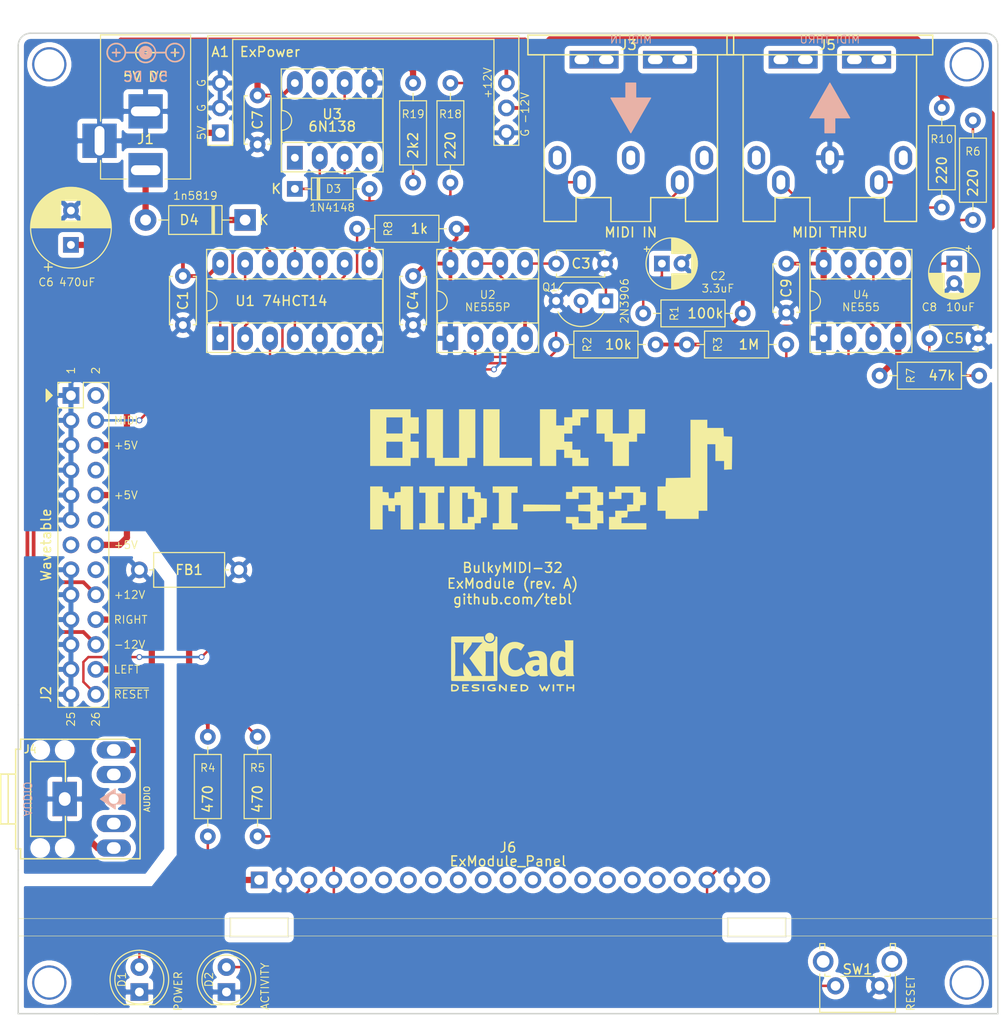
<source format=kicad_pcb>
(kicad_pcb (version 20171130) (host pcbnew "(5.1.8)-1")
  (layers (0 F.Cu signal) (31 B.Cu signal) (34 B.Paste user) (35 F.Paste user) (36 B.SilkS user) (37 F.SilkS user) (38 B.Mask user) (39 F.Mask user) (44 Edge.Cuts user))
  (net 0 "")
  (net 1 GND)
  (net 2 +5V)
  (net 3 "Net-(J5-Pad5)")
  (net 4 "Net-(J5-Pad4)")
  (net 5 "Net-(D3-Pad1)")
  (net 6 "Net-(D3-Pad2)")
  (net 7 "Net-(J3-Pad4)")
  (net 8 "Net-(R19-Pad2)")
  (net 9 MIDI_THRU)
  (net 10 PWR)
  (net 11 ACT)
  (net 12 VIN)
  (net 13 MIDI_IN)
  (net 14 GNDA)
  (net 15 AUD_R)
  (net 16 AUD_L)
  (net 17 "Net-(C2-Pad1)")
  (net 18 "Net-(C3-Pad2)")
  (net 19 "/Activity LED/MIDI")
  (net 20 "/Activity LED/Activity")
  (net 21 "Net-(U1-Pad1)")
  (net 22 RESET_SW)
  (net 23 "Net-(C8-Pad1)")
  (net 24 ~RESET)
  (net 25 -12V)
  (net 26 +12V)
  (net 27 "Net-(U1-Pad3)")
  (module artwork:BulkyMIDI-32_8bit (layer F.Cu) (at 125.095 99.06)
    (fp_text reference G*** hide)
    (fp_text value LOGO hide)
  )
  (module BulkyMIDI-32:ExPower (layer F.Cu) (at 88.9 54.61)
    (fp_text reference A1 (at 1.905 1.905 180) (layer F.SilkS))
    (fp_text value ExPower (at 3.81 1.905) (layer F.SilkS) (effects (justify left)))
    (fp_text user G (at 33.02 10.16 270) (layer F.SilkS) (effects (font (size 0.8 0.8) (thickness 0.1))))
    (fp_text user -12V (at 33.02 7.62 270) (layer F.SilkS) (effects (font (size 0.8 0.8) (thickness 0.1))))
    (fp_text user +12V (at 29.21 5.08 270) (layer F.SilkS) (effects (font (size 0.8 0.8) (thickness 0.1))))
    (fp_text user G (at 0 5.08 270) (layer F.SilkS) (effects (font (size 0.8 0.8) (thickness 0.1))))
    (fp_text user 5V (at 0 10.16 270) (layer F.SilkS) (effects (font (size 0.8 0.8) (thickness 0.1))))
    (fp_text user G (at 0 7.62 270) (layer F.SilkS) (effects (font (size 0.8 0.8) (thickness 0.1))))
    (pad 2 thru_hole oval (at 31.115 10.16) (size 1.7 1.7) (drill 1) (layers *.Cu *.Mask) (net 1 GND))
    (pad 2 thru_hole oval (at 1.905 5.08) (size 1.7 1.7) (drill 1) (layers *.Cu *.Mask) (net 1 GND))
    (pad 1 thru_hole rect (at 1.905 10.16) (size 1.7 1.7) (drill 1) (layers *.Cu *.Mask) (net 2 +5V))
    (pad 2 thru_hole oval (at 1.905 7.62) (size 1.7 1.7) (drill 1) (layers *.Cu *.Mask) (net 1 GND))
    (pad 3 thru_hole oval (at 31.115 5.08) (size 1.7 1.7) (drill 1) (layers *.Cu *.Mask) (net 26 +12V))
    (pad 4 thru_hole oval (at 31.115 7.62) (size 1.7 1.7) (drill 1) (layers *.Cu *.Mask) (net 25 -12V))
  )
  (module Capacitor_THT:C_Disc_D4.7mm_W2.5mm_P5.00mm (layer F.Cu) (at 163.195 85.725)
    (fp_text reference C5 (at 2.54 0) (layer F.SilkS))
    (fp_text value 100nF)
    (pad 1 thru_hole circle (at 0 0) (size 1.6 1.6) (drill 0.8) (layers *.Cu *.Mask) (net 22 RESET_SW))
    (pad 2 thru_hole circle (at 5 0) (size 1.6 1.6) (drill 0.8) (layers *.Cu *.Mask) (net 1 GND))
  )
  (module resistor:R_Axial_DIN0207_L6.3mm_D2.5mm_P10.16mm_Horizontal (layer F.Cu) (at 104.775 74.550001)
    (fp_text reference R8 (at 3.175 0 90) (layer F.SilkS) (effects (font (size 0.8 0.8) (thickness 0.1))))
    (fp_text value 1k (at 6.35 0) (layer F.SilkS))
    (pad 2 thru_hole oval (at 10.16 0) (size 1.6 1.6) (drill 0.8) (layers *.Cu *.Mask) (net 2 +5V))
    (pad 1 thru_hole circle (at 0 0) (size 1.6 1.6) (drill 0.8) (layers *.Cu *.Mask) (net 24 ~RESET))
  )
  (module Capacitor_THT:CP_Radial_D5.0mm_P2.00mm (layer F.Cu) (at 165.735 78.105 270)
    (fp_text reference C8 (at 4.445 2.54 180) (layer F.SilkS) (effects (font (size 0.8 0.8) (thickness 0.1))))
    (fp_text value 10uF (at 4.445 -0.635 180) (layer F.SilkS) (effects (font (size 0.8 0.8) (thickness 0.1))))
    (pad 1 thru_hole rect (at 0 0 270) (size 1.6 1.6) (drill 0.8) (layers *.Cu *.Mask) (net 23 "Net-(C8-Pad1)"))
    (pad 2 thru_hole circle (at 2 0 270) (size 1.6 1.6) (drill 0.8) (layers *.Cu *.Mask) (net 1 GND))
  )
  (module resistor:R_Axial_DIN0207_L6.3mm_D2.5mm_P10.16mm_Horizontal (layer F.Cu) (at 148.59 86.36 180)
    (fp_text reference R3 (at 6.985 0 90) (layer F.SilkS) (effects (font (size 0.8 0.8) (thickness 0.1))))
    (fp_text value 1M (at 3.81 0) (layer F.SilkS))
    (pad 1 thru_hole circle (at 0 0 180) (size 1.6 1.6) (drill 0.8) (layers *.Cu *.Mask) (net 22 RESET_SW))
    (pad 2 thru_hole oval (at 10.16 0 180) (size 1.6 1.6) (drill 0.8) (layers *.Cu *.Mask) (net 2 +5V))
  )
  (module resistor:R_Axial_DIN0207_L6.3mm_D2.5mm_P10.16mm_Horizontal (layer F.Cu) (at 168.275 89.535 180)
    (fp_text reference R7 (at 6.985 0 90) (layer F.SilkS) (effects (font (size 0.8 0.8) (thickness 0.1))))
    (fp_text value 47k (at 3.81 0) (layer F.SilkS))
    (pad 1 thru_hole circle (at 0 0 180) (size 1.6 1.6) (drill 0.8) (layers *.Cu *.Mask) (net 23 "Net-(C8-Pad1)"))
    (pad 2 thru_hole oval (at 10.16 0 180) (size 1.6 1.6) (drill 0.8) (layers *.Cu *.Mask) (net 2 +5V))
  )
  (module Package_DIP:DIP-8_W7.62mm_Socket_LongPads (layer F.Cu) (at 152.4 85.725 90)
    (fp_text reference U4 (at 4.445 3.81 180) (layer F.SilkS) (effects (font (size 0.8 0.8) (thickness 0.1))))
    (fp_text value NE555 (at 3.175 3.81 180) (layer F.SilkS) (effects (font (size 0.8 0.8) (thickness 0.1))))
    (pad 1 thru_hole rect (at 0 0 90) (size 2.4 1.6) (drill 0.8) (layers *.Cu *.Mask) (net 1 GND))
    (pad 5 thru_hole oval (at 7.62 7.62 90) (size 2.4 1.6) (drill 0.8) (layers *.Cu *.Mask))
    (pad 2 thru_hole oval (at 0 2.54 90) (size 2.4 1.6) (drill 0.8) (layers *.Cu *.Mask) (net 22 RESET_SW))
    (pad 6 thru_hole oval (at 7.62 5.08 90) (size 2.4 1.6) (drill 0.8) (layers *.Cu *.Mask) (net 23 "Net-(C8-Pad1)"))
    (pad 3 thru_hole oval (at 0 5.08 90) (size 2.4 1.6) (drill 0.8) (layers *.Cu *.Mask) (net 27 "Net-(U1-Pad3)"))
    (pad 7 thru_hole oval (at 7.62 2.54 90) (size 2.4 1.6) (drill 0.8) (layers *.Cu *.Mask) (net 23 "Net-(C8-Pad1)"))
    (pad 4 thru_hole oval (at 0 7.62 90) (size 2.4 1.6) (drill 0.8) (layers *.Cu *.Mask) (net 2 +5V))
    (pad 8 thru_hole oval (at 7.62 0 90) (size 2.4 1.6) (drill 0.8) (layers *.Cu *.Mask) (net 2 +5V))
  )
  (module BulkyMIDI-32:Wavetable_Header (layer F.Cu) (at 75.565 106.795 90)
    (fp_text reference J2 (at -15.24 -2.54 270) (layer F.SilkS))
    (fp_text value Wavetable (at 0 -2.54 270) (layer F.SilkS))
    (fp_text user 26 (at -17.78 2.54 90) (layer F.SilkS) (effects (font (size 0.8 0.8) (thickness 0.1))))
    (fp_text user 25 (at -17.78 0 90) (layer F.SilkS) (effects (font (size 0.8 0.8) (thickness 0.1))))
    (fp_text user 2 (at 17.78 2.54 90) (layer F.SilkS) (effects (font (size 0.8 0.8) (thickness 0.1))))
    (fp_text user 1 (at 17.78 0 90) (layer F.SilkS) (effects (font (size 0.8 0.8) (thickness 0.1))))
    (pad 26 thru_hole oval (at -15.24 2.54) (size 1.7 1.7) (drill 1) (layers *.Cu *.Mask) (net 24 ~RESET))
    (pad 25 thru_hole oval (at -15.24 0) (size 1.7 1.7) (drill 1) (layers *.Cu *.Mask) (net 14 GNDA))
    (pad 24 thru_hole oval (at -12.7 2.54) (size 1.7 1.7) (drill 1) (layers *.Cu *.Mask) (net 16 AUD_L))
    (pad 23 thru_hole oval (at -12.7 0) (size 1.7 1.7) (drill 1) (layers *.Cu *.Mask) (net 14 GNDA))
    (pad 22 thru_hole oval (at -10.16 2.54) (size 1.7 1.7) (drill 1) (layers *.Cu *.Mask) (net 25 -12V))
    (pad 21 thru_hole oval (at -10.16 0) (size 1.7 1.7) (drill 1) (layers *.Cu *.Mask) (net 14 GNDA))
    (pad 20 thru_hole oval (at -7.62 2.54) (size 1.7 1.7) (drill 1) (layers *.Cu *.Mask) (net 15 AUD_R))
    (pad 19 thru_hole oval (at -7.62 0) (size 1.7 1.7) (drill 1) (layers *.Cu *.Mask) (net 14 GNDA))
    (pad 18 thru_hole oval (at -5.08 2.54) (size 1.7 1.7) (drill 1) (layers *.Cu *.Mask) (net 26 +12V))
    (pad 17 thru_hole oval (at -5.08 0) (size 1.7 1.7) (drill 1) (layers *.Cu *.Mask) (net 14 GNDA))
    (pad 16 thru_hole oval (at -2.54 2.54) (size 1.7 1.7) (drill 1) (layers *.Cu *.Mask))
    (pad 15 thru_hole oval (at -2.54 0) (size 1.7 1.7) (drill 1) (layers *.Cu *.Mask) (net 14 GNDA))
    (pad 14 thru_hole oval (at 0 2.54) (size 1.7 1.7) (drill 1) (layers *.Cu *.Mask) (net 2 +5V))
    (pad 13 thru_hole oval (at 0 0) (size 1.7 1.7) (drill 1) (layers *.Cu *.Mask))
    (pad 12 thru_hole oval (at 2.54 2.54) (size 1.7 1.7) (drill 1) (layers *.Cu *.Mask))
    (pad 11 thru_hole oval (at 2.54 0) (size 1.7 1.7) (drill 1) (layers *.Cu *.Mask) (net 1 GND))
    (pad 10 thru_hole oval (at 5.08 2.54) (size 1.7 1.7) (drill 1) (layers *.Cu *.Mask) (net 2 +5V))
    (pad 9 thru_hole oval (at 5.08 0) (size 1.7 1.7) (drill 1) (layers *.Cu *.Mask) (net 1 GND))
    (pad 8 thru_hole oval (at 7.62 2.54) (size 1.7 1.7) (drill 1) (layers *.Cu *.Mask))
    (pad 7 thru_hole oval (at 7.62 0) (size 1.7 1.7) (drill 1) (layers *.Cu *.Mask) (net 1 GND))
    (pad 6 thru_hole oval (at 10.16 2.54) (size 1.7 1.7) (drill 1) (layers *.Cu *.Mask) (net 2 +5V))
    (pad 5 thru_hole oval (at 10.16 0) (size 1.7 1.7) (drill 1) (layers *.Cu *.Mask) (net 1 GND))
    (pad 4 thru_hole oval (at 12.7 2.54) (size 1.7 1.7) (drill 1) (layers *.Cu *.Mask) (net 13 MIDI_IN))
    (pad 3 thru_hole oval (at 12.7 0) (size 1.7 1.7) (drill 1) (layers *.Cu *.Mask) (net 1 GND))
    (pad 2 thru_hole oval (at 15.24 2.54) (size 1.7 1.7) (drill 1) (layers *.Cu *.Mask))
    (pad 1 thru_hole rect (at 15.24 0) (size 1.7 1.7) (drill 1) (layers *.Cu *.Mask) (net 1 GND))
  )
  (module resistor:R_Axial_DIN0207_L6.3mm_D2.5mm_P10.16mm_Horizontal (layer F.Cu) (at 89.535 126.365 270)
    (fp_text reference R4 (at 3.175 0) (layer F.SilkS) (effects (font (size 0.8 0.8) (thickness 0.1))))
    (fp_text value 470 (at 6.35 0 90) (layer F.SilkS))
    (pad 2 thru_hole oval (at 10.16 0 270) (size 1.6 1.6) (drill 0.8) (layers *.Cu *.Mask) (net 10 PWR))
    (pad 1 thru_hole circle (at 0 0 270) (size 1.6 1.6) (drill 0.8) (layers *.Cu *.Mask) (net 2 +5V))
  )
  (module resistor:R_Axial_DIN0207_L6.3mm_D2.5mm_P10.16mm_Horizontal (layer F.Cu) (at 94.615 136.525 90)
    (fp_text reference R5 (at 6.985 0) (layer F.SilkS) (effects (font (size 0.8 0.8) (thickness 0.1))))
    (fp_text value 470 (at 3.81 0 90) (layer F.SilkS))
    (pad 2 thru_hole oval (at 10.16 0 90) (size 1.6 1.6) (drill 0.8) (layers *.Cu *.Mask) (net 20 "/Activity LED/Activity"))
    (pad 1 thru_hole circle (at 0 0 90) (size 1.6 1.6) (drill 0.8) (layers *.Cu *.Mask) (net 11 ACT))
  )
  (module resistor:R_Axial_DIN0207_L6.3mm_D2.5mm_P10.16mm_Horizontal (layer F.Cu) (at 167.64 63.5 270)
    (fp_text reference R6 (at 3.175 0) (layer F.SilkS) (effects (font (size 0.8 0.8) (thickness 0.1))))
    (fp_text value 220 (at 6.35 0 90) (layer F.SilkS))
    (pad 2 thru_hole oval (at 10.16 0 270) (size 1.6 1.6) (drill 0.8) (layers *.Cu *.Mask) (net 9 MIDI_THRU))
    (pad 1 thru_hole circle (at 0 0 270) (size 1.6 1.6) (drill 0.8) (layers *.Cu *.Mask) (net 3 "Net-(J5-Pad5)"))
  )
  (module resistor:R_Axial_DIN0207_L6.3mm_D2.5mm_P10.16mm_Horizontal (layer F.Cu) (at 164.465 62.23 270)
    (fp_text reference R10 (at 3.175 0) (layer F.SilkS) (effects (font (size 0.8 0.8) (thickness 0.1))))
    (fp_text value 220 (at 6.35 0 90) (layer F.SilkS))
    (pad 2 thru_hole oval (at 10.16 0 270) (size 1.6 1.6) (drill 0.8) (layers *.Cu *.Mask) (net 4 "Net-(J5-Pad4)"))
    (pad 1 thru_hole circle (at 0 0 270) (size 1.6 1.6) (drill 0.8) (layers *.Cu *.Mask) (net 2 +5V))
  )
  (module resistor:R_Axial_DIN0207_L6.3mm_D2.5mm_P10.16mm_Horizontal (layer F.Cu) (at 114.3 69.85 90)
    (fp_text reference R18 (at 6.985 0) (layer F.SilkS) (effects (font (size 0.8 0.8) (thickness 0.1))))
    (fp_text value 220 (at 3.81 0 90) (layer F.SilkS))
    (pad 2 thru_hole oval (at 10.16 0 90) (size 1.6 1.6) (drill 0.8) (layers *.Cu *.Mask) (net 7 "Net-(J3-Pad4)"))
    (pad 1 thru_hole circle (at 0 0 90) (size 1.6 1.6) (drill 0.8) (layers *.Cu *.Mask) (net 5 "Net-(D3-Pad1)"))
  )
  (module resistor:R_Axial_DIN0207_L6.3mm_D2.5mm_P10.16mm_Horizontal (layer F.Cu) (at 110.49 59.69 270)
    (fp_text reference R19 (at 3.175 0) (layer F.SilkS) (effects (font (size 0.8 0.8) (thickness 0.1))))
    (fp_text value 2k2 (at 6.35 0 90) (layer F.SilkS))
    (pad 2 thru_hole oval (at 10.16 0 270) (size 1.6 1.6) (drill 0.8) (layers *.Cu *.Mask) (net 8 "Net-(R19-Pad2)"))
    (pad 1 thru_hole circle (at 0 0 270) (size 1.6 1.6) (drill 0.8) (layers *.Cu *.Mask) (net 2 +5V))
  )
  (module BulkyMIDI-32:PWR_Specification (layer F.Cu) (at 83.185 56.515)
    (fp_text reference SYM1 hide)
    (fp_text value DC_5V)
    (fp_text user + (at -3 0 180) (layer B.SilkS))
    (fp_text user - (at 3 0 180) (layer B.SilkS))
    (fp_text user - (at -3 0) (layer F.SilkS))
    (fp_text user + (at 3 0) (layer F.SilkS))
  )
  (module mounting:M3 (layer F.Cu) (at 73.355 151.435)
    (fp_text reference M1 hide)
    (fp_text value Mounting hide)
    (pad "" np_thru_hole circle (at 0 0) (size 3.5 3.5) (drill 3.048) (layers *.Cu *.Mask))
  )
  (module mounting:M3 (layer F.Cu) (at 167.005 57.785)
    (fp_text reference M3 hide)
    (fp_text value Mounting hide)
    (pad "" np_thru_hole circle (at 0 0) (size 3.5 3.5) (drill 3.048) (layers *.Cu *.Mask))
  )
  (module mounting:M3 (layer F.Cu) (at 73.355 57.785)
    (fp_text reference M4 hide)
    (fp_text value Mounting hide)
    (pad "" np_thru_hole circle (at 0 0) (size 3.5 3.5) (drill 3.048) (layers *.Cu *.Mask))
  )
  (module Symbols:KiCad-Logo2_6mm_SilkScreen (layer F.Cu) (at 120.65 118.745)
    (fp_text reference REF*** hide)
    (fp_text value KiCad-Logo2_6mm_SilkScreen hide)
  )
  (module Connectors:BARREL_JACK (layer F.Cu) (at 83.185 68.58 270)
    (fp_text reference J1 (at -3.175 0) (layer F.SilkS))
    (fp_text value "DC IN")
    (pad 3 thru_hole rect (at -3 4.7 270) (size 3.5 3.5) (drill oval 3 1) (layers *.Cu *.Mask) (net 1 GND))
    (pad 2 thru_hole rect (at -6 0 270) (size 3.5 3.5) (drill oval 1 3) (layers *.Cu *.Mask) (net 1 GND))
    (pad 1 thru_hole rect (at 0 0 270) (size 3.5 3.5) (drill oval 1 3) (layers *.Cu *.Mask) (net 12 VIN))
  )
  (module Capacitor_THT:CP_Radial_D8.0mm_P3.50mm (layer F.Cu) (at 75.565 76.2 90)
    (fp_text reference C6 (at -3.81 -2.54 180) (layer F.SilkS) (effects (font (size 0.8 0.8) (thickness 0.1))))
    (fp_text value 470uF (at -3.81 0.635 180) (layer F.SilkS) (effects (font (size 0.8 0.8) (thickness 0.1))))
    (pad 1 thru_hole rect (at 0 0 90) (size 1.6 1.6) (drill 0.8) (layers *.Cu *.Mask) (net 2 +5V))
    (pad 2 thru_hole circle (at 3.5 0 90) (size 1.6 1.6) (drill 0.8) (layers *.Cu *.Mask) (net 1 GND))
  )
  (module Diode_THT:D_DO-35_SOD27_P7.62mm_Horizontal (layer F.Cu) (at 98.425 70.485)
    (fp_text reference D3 (at 3.937 0) (layer F.SilkS) (effects (font (size 0.8 0.8) (thickness 0.1))))
    (fp_text value 1N4148 (at 3.81 1.905) (layer F.SilkS) (effects (font (size 0.8 0.8) (thickness 0.1))))
    (fp_text user K (at -1.905 0) (layer F.SilkS))
    (pad 1 thru_hole rect (at 0 0) (size 1.6 1.6) (drill 0.8) (layers *.Cu *.Mask) (net 5 "Net-(D3-Pad1)"))
    (pad 2 thru_hole oval (at 7.62 0) (size 1.6 1.6) (drill 0.8) (layers *.Cu *.Mask) (net 6 "Net-(D3-Pad2)"))
  )
  (module mounting:M3 (layer F.Cu) (at 167.005 151.435)
    (fp_text reference M2 hide)
    (fp_text value Mounting hide)
    (pad "" np_thru_hole circle (at 0 0) (size 3.5 3.5) (drill 3.048) (layers *.Cu *.Mask))
  )
  (module Package_DIP:DIP-8_W7.62mm_Socket_LongPads (layer F.Cu) (at 98.425 67.31 90)
    (fp_text reference U3 (at 4.445 3.81 180) (layer F.SilkS))
    (fp_text value 6N138 (at 3.175 3.81 180) (layer F.SilkS))
    (pad 1 thru_hole rect (at 0 0 90) (size 2.4 1.6) (drill 0.8) (layers *.Cu *.Mask))
    (pad 5 thru_hole oval (at 7.62 7.62 90) (size 2.4 1.6) (drill 0.8) (layers *.Cu *.Mask) (net 1 GND))
    (pad 2 thru_hole oval (at 0 2.54 90) (size 2.4 1.6) (drill 0.8) (layers *.Cu *.Mask) (net 5 "Net-(D3-Pad1)"))
    (pad 6 thru_hole oval (at 7.62 5.08 90) (size 2.4 1.6) (drill 0.8) (layers *.Cu *.Mask) (net 8 "Net-(R19-Pad2)"))
    (pad 3 thru_hole oval (at 0 5.08 90) (size 2.4 1.6) (drill 0.8) (layers *.Cu *.Mask) (net 6 "Net-(D3-Pad2)"))
    (pad 7 thru_hole oval (at 7.62 2.54 90) (size 2.4 1.6) (drill 0.8) (layers *.Cu *.Mask))
    (pad 4 thru_hole oval (at 0 7.62 90) (size 2.4 1.6) (drill 0.8) (layers *.Cu *.Mask))
    (pad 8 thru_hole oval (at 7.62 0 90) (size 2.4 1.6) (drill 0.8) (layers *.Cu *.Mask) (net 2 +5V))
  )
  (module Capacitor_THT:C_Disc_D4.7mm_W2.5mm_P5.00mm (layer F.Cu) (at 94.615 60.96 270)
    (fp_text reference C7 (at 2.5 0 90) (layer F.SilkS))
    (fp_text value 100nF)
    (pad 1 thru_hole circle (at 0 0 270) (size 1.6 1.6) (drill 0.8) (layers *.Cu *.Mask) (net 2 +5V))
    (pad 2 thru_hole circle (at 5 0 270) (size 1.6 1.6) (drill 0.8) (layers *.Cu *.Mask) (net 1 GND))
  )
  (module LED_THT:LED_D5.0mm (layer F.Cu) (at 82.55 152.4 90)
    (fp_text reference D1 (at 1.27 -1.778 90) (layer F.SilkS) (effects (font (size 0.8 0.8) (thickness 0.1))))
    (fp_text value POWER (at -2.032 3.96 90) (layer F.SilkS) (effects (font (size 0.8 0.8) (thickness 0.1)) (justify left)))
    (pad 2 thru_hole circle (at 2.54 0 90) (size 1.8 1.8) (drill 0.9) (layers *.Cu *.Mask) (net 10 PWR))
    (pad 1 thru_hole rect (at 0 0 90) (size 1.8 1.8) (drill 0.9) (layers *.Cu *.Mask) (net 1 GND))
  )
  (module LED_THT:LED_D5.0mm (layer F.Cu) (at 91.44 152.4 90)
    (fp_text reference D2 (at 1.27 -1.778 90) (layer F.SilkS) (effects (font (size 0.8 0.8) (thickness 0.1))))
    (fp_text value ACTIVITY (at -1.905 3.937 90) (layer F.SilkS) (effects (font (size 0.8 0.8) (thickness 0.1)) (justify left)))
    (pad 1 thru_hole rect (at 0 0 90) (size 1.8 1.8) (drill 0.9) (layers *.Cu *.Mask) (net 1 GND))
    (pad 2 thru_hole circle (at 2.54 0 90) (size 1.8 1.8) (drill 0.9) (layers *.Cu *.Mask) (net 11 ACT))
  )
  (module BulkyMIDI-32:Play_Panel (layer F.Cu) (at 120.18 140.97)
    (fp_text reference J6 (at 0 -3.302 180) (layer F.SilkS))
    (fp_text value ExModule_Panel (at 0 -1.905) (layer F.SilkS))
    (pad 4 thru_hole oval (at -17.78 0) (size 1.7 1.7) (drill 1) (layers *.Cu *.Mask) (net 11 ACT))
    (pad 3 thru_hole oval (at -20.32 0) (size 1.7 1.7) (drill 1) (layers *.Cu *.Mask) (net 10 PWR))
    (pad 2 thru_hole oval (at -22.86 0) (size 1.7 1.7) (drill 1) (layers *.Cu *.Mask) (net 1 GND))
    (pad 1 thru_hole rect (at -25.4 0) (size 1.7 1.7) (drill 1) (layers *.Cu *.Mask) (net 2 +5V))
    (pad 5 thru_hole oval (at -15.24 0) (size 1.7 1.7) (drill 1) (layers *.Cu *.Mask))
    (pad 6 thru_hole oval (at -12.7 0) (size 1.7 1.7) (drill 1) (layers *.Cu *.Mask))
    (pad 7 thru_hole oval (at -10.16 0) (size 1.7 1.7) (drill 1) (layers *.Cu *.Mask))
    (pad 8 thru_hole oval (at -7.62 0) (size 1.7 1.7) (drill 1) (layers *.Cu *.Mask))
    (pad 9 thru_hole oval (at -5.08 0) (size 1.7 1.7) (drill 1) (layers *.Cu *.Mask))
    (pad 10 thru_hole oval (at -2.54 0) (size 1.7 1.7) (drill 1) (layers *.Cu *.Mask))
    (pad 11 thru_hole oval (at 0 0) (size 1.7 1.7) (drill 1) (layers *.Cu *.Mask))
    (pad 12 thru_hole oval (at 2.54 0) (size 1.7 1.7) (drill 1) (layers *.Cu *.Mask))
    (pad 13 thru_hole oval (at 5.08 0) (size 1.7 1.7) (drill 1) (layers *.Cu *.Mask))
    (pad 14 thru_hole oval (at 7.62 0) (size 1.7 1.7) (drill 1) (layers *.Cu *.Mask))
    (pad 15 thru_hole oval (at 10.16 0) (size 1.7 1.7) (drill 1) (layers *.Cu *.Mask))
    (pad 16 thru_hole oval (at 12.7 0) (size 1.7 1.7) (drill 1) (layers *.Cu *.Mask))
    (pad 17 thru_hole oval (at 15.24 0) (size 1.7 1.7) (drill 1) (layers *.Cu *.Mask))
    (pad 18 thru_hole oval (at 17.78 0) (size 1.7 1.7) (drill 1) (layers *.Cu *.Mask))
    (pad 19 thru_hole oval (at 20.32 0) (size 1.7 1.7) (drill 1) (layers *.Cu *.Mask) (net 22 RESET_SW))
    (pad 20 thru_hole oval (at 22.86 0) (size 1.7 1.7) (drill 1) (layers *.Cu *.Mask) (net 1 GND))
    (pad 21 thru_hole oval (at 25.4 0) (size 1.7 1.7) (drill 1) (layers *.Cu *.Mask))
  )
  (module Package_DIP:DIP-14_W7.62mm_Socket_LongPads (layer F.Cu) (at 90.805 85.725 90)
    (fp_text reference U1 (at 3.81 2.54 180) (layer F.SilkS))
    (fp_text value 74HCT14 (at 3.81 7.62 180) (layer F.SilkS))
    (pad 1 thru_hole rect (at 0 0 90) (size 2.4 1.6) (drill 0.8) (layers *.Cu *.Mask) (net 21 "Net-(U1-Pad1)"))
    (pad 8 thru_hole oval (at 7.62 15.24 90) (size 2.4 1.6) (drill 0.8) (layers *.Cu *.Mask) (net 9 MIDI_THRU))
    (pad 2 thru_hole oval (at 0 2.54 90) (size 2.4 1.6) (drill 0.8) (layers *.Cu *.Mask) (net 19 "/Activity LED/MIDI"))
    (pad 9 thru_hole oval (at 7.62 12.7 90) (size 2.4 1.6) (drill 0.8) (layers *.Cu *.Mask) (net 21 "Net-(U1-Pad1)"))
    (pad 3 thru_hole oval (at 0 5.08 90) (size 2.4 1.6) (drill 0.8) (layers *.Cu *.Mask) (net 27 "Net-(U1-Pad3)"))
    (pad 10 thru_hole oval (at 7.62 10.16 90) (size 2.4 1.6) (drill 0.8) (layers *.Cu *.Mask) (net 21 "Net-(U1-Pad1)"))
    (pad 4 thru_hole oval (at 0 7.62 90) (size 2.4 1.6) (drill 0.8) (layers *.Cu *.Mask) (net 24 ~RESET))
    (pad 11 thru_hole oval (at 7.62 7.62 90) (size 2.4 1.6) (drill 0.8) (layers *.Cu *.Mask) (net 8 "Net-(R19-Pad2)"))
    (pad 5 thru_hole oval (at 0 10.16 90) (size 2.4 1.6) (drill 0.8) (layers *.Cu *.Mask) (net 1 GND))
    (pad 12 thru_hole oval (at 7.62 5.08 90) (size 2.4 1.6) (drill 0.8) (layers *.Cu *.Mask) (net 13 MIDI_IN))
    (pad 6 thru_hole oval (at 0 12.7 90) (size 2.4 1.6) (drill 0.8) (layers *.Cu *.Mask))
    (pad 13 thru_hole oval (at 7.62 2.54 90) (size 2.4 1.6) (drill 0.8) (layers *.Cu *.Mask) (net 21 "Net-(U1-Pad1)"))
    (pad 7 thru_hole oval (at 0 15.24 90) (size 2.4 1.6) (drill 0.8) (layers *.Cu *.Mask) (net 1 GND))
    (pad 14 thru_hole oval (at 7.62 0 90) (size 2.4 1.6) (drill 0.8) (layers *.Cu *.Mask) (net 2 +5V))
  )
  (module BulkyMIDI-32:DIN5_MIDI_IN (layer F.Cu) (at 132.715 67.31 180)
    (fp_text reference J3 (at 0.25 11.5 180) (layer F.SilkS))
    (fp_text value "MIDI IN" (at 0 -7.62 180) (layer F.SilkS))
    (pad 5 thru_hole oval (at -5 -2.5 180) (size 1.8 2.4) (drill oval 0.9 1.5) (layers *.Cu *.Mask) (net 6 "Net-(D3-Pad2)"))
    (pad 4 thru_hole oval (at 5 -2.5 180) (size 1.8 2.4) (drill oval 0.9 1.5) (layers *.Cu *.Mask) (net 7 "Net-(J3-Pad4)"))
    (pad 3 thru_hole oval (at -7.5 0 180) (size 1.8 2.4) (drill oval 0.9 1.5) (layers *.Cu *.Mask))
    (pad 1 thru_hole oval (at 7.5 0 180) (size 1.8 2.4) (drill oval 0.9 1.5) (layers *.Cu *.Mask))
    (pad 6 thru_hole rect (at -5 10 180) (size 2.5 1.8) (drill oval 1.5 0.9) (layers *.Cu *.Mask))
    (pad 6 thru_hole rect (at 5 10 180) (size 2.5 1.8) (drill oval 1.5 0.9) (layers *.Cu *.Mask))
    (pad 2 thru_hole oval (at 0 0 180) (size 1.8 2.4) (drill oval 0.9 1.5) (layers *.Cu *.Mask))
    (pad 6 thru_hole rect (at 2.5 10 180) (size 2.5 1.8) (drill oval 1.5 0.9) (layers *.Cu *.Mask))
    (pad 6 thru_hole rect (at -2.5 10 180) (size 2.5 1.8) (drill oval 1.5 0.9) (layers *.Cu *.Mask))
  )
  (module BulkyMIDI-32:DIN5_MIDI_OUT (layer F.Cu) (at 153.035 67.31 180)
    (fp_text reference J5 (at 0.25 11.5 180) (layer F.SilkS))
    (fp_text value "MIDI THRU" (at 0 -7.62 180) (layer F.SilkS))
    (pad 5 thru_hole oval (at -5 -2.5 180) (size 1.8 2.4) (drill oval 0.9 1.5) (layers *.Cu *.Mask) (net 3 "Net-(J5-Pad5)"))
    (pad 4 thru_hole oval (at 5 -2.5 180) (size 1.8 2.4) (drill oval 0.9 1.5) (layers *.Cu *.Mask) (net 4 "Net-(J5-Pad4)"))
    (pad 3 thru_hole oval (at -7.5 0 180) (size 1.8 2.4) (drill oval 0.9 1.5) (layers *.Cu *.Mask))
    (pad 1 thru_hole oval (at 7.5 0 180) (size 1.8 2.4) (drill oval 0.9 1.5) (layers *.Cu *.Mask))
    (pad 6 thru_hole rect (at -5 10 180) (size 2.5 1.8) (drill oval 1.5 0.9) (layers *.Cu *.Mask))
    (pad 6 thru_hole rect (at 5 10 180) (size 2.5 1.8) (drill oval 1.5 0.9) (layers *.Cu *.Mask))
    (pad 2 thru_hole oval (at 0 0 180) (size 1.8 2.4) (drill oval 0.9 1.5) (layers *.Cu *.Mask) (net 1 GND))
    (pad 6 thru_hole rect (at 2.5 10 180) (size 2.5 1.8) (drill oval 1.5 0.9) (layers *.Cu *.Mask))
    (pad 6 thru_hole rect (at -2.5 10 180) (size 2.5 1.8) (drill oval 1.5 0.9) (layers *.Cu *.Mask))
  )
  (module Diode_THT:D_DO-41_SOD81_P10.16mm_Horizontal (layer F.Cu) (at 93.345 73.66 180)
    (fp_text reference D4 (at 5.715 0) (layer F.SilkS))
    (fp_text value 1n5819 (at 5.08 2.47) (layer F.SilkS) (effects (font (size 0.8 0.8) (thickness 0.1))))
    (fp_text user K (at -1.905 0) (layer F.SilkS))
    (pad 1 thru_hole rect (at 0 0 180) (size 2.2 2.2) (drill 1.1) (layers *.Cu *.Mask) (net 2 +5V))
    (pad 2 thru_hole oval (at 10.16 0 180) (size 2.2 2.2) (drill 1.1) (layers *.Cu *.Mask) (net 12 VIN))
  )
  (module audio_jack:PJ-307_OUT (layer F.Cu) (at 76.526 132.715 90)
    (fp_text reference J4 (at 5.08 -5.08 unlocked) (layer F.SilkS) (effects (font (size 0.8 0.8))))
    (fp_text value AUDIO (at 0 6.804 90) (layer F.SilkS) (effects (font (size 0.6 0.6) (thickness 0.1))))
    (pad 1 thru_hole rect (at 0 -1.596 90) (size 3.5 2.5) (drill oval 1.4 1.2) (layers *.Cu *.Mask) (net 14 GNDA))
    (pad 2 thru_hole oval (at 5 3.41 90) (size 1.75 3.5) (drill oval 1.2 1.4) (layers *.Cu *.Mask) (net 15 AUD_R))
    (pad 5 thru_hole oval (at -5 3.41 90) (size 1.75 3.5) (drill oval 1.2 1.4) (layers *.Cu *.Mask) (net 16 AUD_L))
    (pad 3 thru_hole oval (at 2.5 3.41 90) (size 1.75 3.5) (drill oval 1.2 1.4) (layers *.Cu *.Mask))
    (pad 4 thru_hole oval (at -2.5 3.41 90) (size 1.75 3.5) (drill oval 1.2 1.4) (layers *.Cu *.Mask))
    (pad "" np_thru_hole circle (at -5 -4.096 90) (size 1 1) (drill 1) (layers *.Cu *.Mask))
    (pad "" np_thru_hole circle (at -5 -1.596 90) (size 1 1) (drill 1) (layers *.Cu *.Mask))
    (pad "" np_thru_hole circle (at 5 -1.596 90) (size 1 1) (drill 1) (layers *.Cu *.Mask))
    (pad "" np_thru_hole circle (at 5 -4.096 90) (size 1 1) (drill 1) (layers *.Cu *.Mask))
    (pad "" np_thru_hole circle (at 0 3.41 90) (size 1 1) (drill 1) (layers *.Cu *.Mask))
  )
  (module Capacitor_THT:C_Disc_D4.7mm_W2.5mm_P5.00mm (layer F.Cu) (at 86.995 79.375 270)
    (fp_text reference C1 (at 2.5 0 90) (layer F.SilkS))
    (fp_text value 100nF)
    (pad 2 thru_hole circle (at 5 0 270) (size 1.6 1.6) (drill 0.8) (layers *.Cu *.Mask) (net 1 GND))
    (pad 1 thru_hole circle (at 0 0 270) (size 1.6 1.6) (drill 0.8) (layers *.Cu *.Mask) (net 2 +5V))
  )
  (module Capacitor_THT:CP_Radial_D5.0mm_P2.00mm (layer F.Cu) (at 135.89 78.105)
    (fp_text reference C2 (at 5.715 1.27) (layer F.SilkS) (effects (font (size 0.8 0.8) (thickness 0.1))))
    (fp_text value 3.3uF (at 5.715 2.54) (layer F.SilkS) (effects (font (size 0.8 0.8) (thickness 0.1))))
    (pad 1 thru_hole rect (at 0 0) (size 1.6 1.6) (drill 0.8) (layers *.Cu *.Mask) (net 17 "Net-(C2-Pad1)"))
    (pad 2 thru_hole circle (at 2 0) (size 1.6 1.6) (drill 0.8) (layers *.Cu *.Mask) (net 1 GND))
  )
  (module Capacitor_THT:C_Disc_D4.7mm_W2.5mm_P5.00mm (layer F.Cu) (at 130.095 78.105 180)
    (fp_text reference C3 (at 2.46 0) (layer F.SilkS))
    (fp_text value 10nF)
    (pad 1 thru_hole circle (at 0 0 180) (size 1.6 1.6) (drill 0.8) (layers *.Cu *.Mask) (net 1 GND))
    (pad 2 thru_hole circle (at 5 0 180) (size 1.6 1.6) (drill 0.8) (layers *.Cu *.Mask) (net 18 "Net-(C3-Pad2)"))
  )
  (module Capacitor_THT:C_Disc_D4.7mm_W2.5mm_P5.00mm (layer F.Cu) (at 110.49 79.375 270)
    (fp_text reference C4 (at 2.5 0 90) (layer F.SilkS))
    (fp_text value 100nF)
    (pad 1 thru_hole circle (at 0 0 270) (size 1.6 1.6) (drill 0.8) (layers *.Cu *.Mask) (net 2 +5V))
    (pad 2 thru_hole circle (at 5 0 270) (size 1.6 1.6) (drill 0.8) (layers *.Cu *.Mask) (net 1 GND))
  )
  (module Package_TO_SOT_THT:TO-92_Inline_Wide (layer F.Cu) (at 130.175 81.915 180)
    (fp_text reference Q1 (at 5.715 1.397) (layer F.SilkS) (effects (font (size 0.8 0.8) (thickness 0.1))))
    (fp_text value 2N3906 (at -1.905 0 90) (layer F.SilkS) (effects (font (size 0.8 0.8) (thickness 0.1))))
    (pad 2 thru_hole circle (at 2.54 0 180) (size 1.5 1.5) (drill 0.8) (layers *.Cu *.Mask) (net 19 "/Activity LED/MIDI"))
    (pad 3 thru_hole circle (at 5.08 0 180) (size 1.5 1.5) (drill 0.8) (layers *.Cu *.Mask) (net 1 GND))
    (pad 1 thru_hole rect (at 0 0 180) (size 1.5 1.5) (drill 0.8) (layers *.Cu *.Mask) (net 17 "Net-(C2-Pad1)"))
  )
  (module resistor:R_Axial_DIN0207_L6.3mm_D2.5mm_P10.16mm_Horizontal (layer F.Cu) (at 133.985 83.185)
    (fp_text reference R1 (at 3.175 0 90) (layer F.SilkS) (effects (font (size 0.8 0.8) (thickness 0.1))))
    (fp_text value 100k (at 6.35 0) (layer F.SilkS))
    (pad 2 thru_hole oval (at 10.16 0) (size 1.6 1.6) (drill 0.8) (layers *.Cu *.Mask) (net 2 +5V))
    (pad 1 thru_hole circle (at 0 0) (size 1.6 1.6) (drill 0.8) (layers *.Cu *.Mask) (net 17 "Net-(C2-Pad1)"))
  )
  (module resistor:R_Axial_DIN0207_L6.3mm_D2.5mm_P10.16mm_Horizontal (layer F.Cu) (at 125.095 86.36)
    (fp_text reference R2 (at 3.175 0 90) (layer F.SilkS) (effects (font (size 0.8 0.8) (thickness 0.1))))
    (fp_text value 10k (at 6.35 0) (layer F.SilkS))
    (pad 1 thru_hole circle (at 0 0) (size 1.6 1.6) (drill 0.8) (layers *.Cu *.Mask) (net 19 "/Activity LED/MIDI"))
    (pad 2 thru_hole oval (at 10.16 0) (size 1.6 1.6) (drill 0.8) (layers *.Cu *.Mask) (net 2 +5V))
  )
  (module Package_DIP:DIP-8_W7.62mm_Socket_LongPads (layer F.Cu) (at 114.3 85.725 90)
    (fp_text reference U2 (at 4.445 3.81 180) (layer F.SilkS) (effects (font (size 0.8 0.8) (thickness 0.1))))
    (fp_text value NE555P (at 3.175 3.81 180) (layer F.SilkS) (effects (font (size 0.8 0.8) (thickness 0.1))))
    (pad 1 thru_hole rect (at 0 0 90) (size 2.4 1.6) (drill 0.8) (layers *.Cu *.Mask) (net 1 GND))
    (pad 5 thru_hole oval (at 7.62 7.62 90) (size 2.4 1.6) (drill 0.8) (layers *.Cu *.Mask) (net 18 "Net-(C3-Pad2)"))
    (pad 2 thru_hole oval (at 0 2.54 90) (size 2.4 1.6) (drill 0.8) (layers *.Cu *.Mask) (net 19 "/Activity LED/MIDI"))
    (pad 6 thru_hole oval (at 7.62 5.08 90) (size 2.4 1.6) (drill 0.8) (layers *.Cu *.Mask) (net 17 "Net-(C2-Pad1)"))
    (pad 3 thru_hole oval (at 0 5.08 90) (size 2.4 1.6) (drill 0.8) (layers *.Cu *.Mask) (net 20 "/Activity LED/Activity"))
    (pad 7 thru_hole oval (at 7.62 2.54 90) (size 2.4 1.6) (drill 0.8) (layers *.Cu *.Mask) (net 17 "Net-(C2-Pad1)"))
    (pad 4 thru_hole oval (at 0 7.62 90) (size 2.4 1.6) (drill 0.8) (layers *.Cu *.Mask) (net 2 +5V))
    (pad 8 thru_hole oval (at 7.62 0 90) (size 2.4 1.6) (drill 0.8) (layers *.Cu *.Mask) (net 2 +5V))
  )
  (module Capacitor_THT:C_Disc_D4.7mm_W2.5mm_P5.00mm (layer F.Cu) (at 148.59 78.105 270)
    (fp_text reference C9 (at 2.5 0 90) (layer F.SilkS))
    (fp_text value 100nF)
    (pad 1 thru_hole circle (at 0 0 270) (size 1.6 1.6) (drill 0.8) (layers *.Cu *.Mask) (net 2 +5V))
    (pad 2 thru_hole circle (at 5 0 270) (size 1.6 1.6) (drill 0.8) (layers *.Cu *.Mask) (net 1 GND))
  )
  (module Button_Switch_THT:SW_Tactile_SPST_Angled_PTS645Vx39-2LFS (layer F.Cu) (at 158.115 151.77 180)
    (fp_text reference SW1 (at 2.25 1.68) (layer F.SilkS))
    (fp_text value RESET (at -3.175 -2.662 90) (layer F.SilkS) (effects (font (size 0.8 0.8) (thickness 0.1)) (justify left)))
    (pad "" thru_hole circle (at 5.76 2.49 180) (size 2.1 2.1) (drill 1.3) (layers *.Cu *.Mask))
    (pad 2 thru_hole circle (at 4.5 0 180) (size 1.75 1.75) (drill 0.99) (layers *.Cu *.Mask) (net 22 RESET_SW))
    (pad 1 thru_hole circle (at 0 0 180) (size 1.75 1.75) (drill 0.99) (layers *.Cu *.Mask) (net 1 GND))
    (pad "" thru_hole circle (at -1.25 2.49 180) (size 2.1 2.1) (drill 1.3) (layers *.Cu *.Mask))
  )
  (module BulkyMIDI-32:L_Axial_L7.0mm_D3.3mm_P10.16mm_Horizontal_Fastron_MICC (layer F.Cu) (at 82.55 109.347)
    (fp_text reference FB1 (at 5.08 0) (layer F.SilkS))
    (fp_text value "Wired Ferrite")
    (pad 1 thru_hole circle (at 0 0) (size 1.7 1.7) (drill 1) (layers *.Cu *.Mask) (net 14 GNDA))
    (pad 2 thru_hole circle (at 10.16 0) (size 1.7 1.7) (drill 1) (layers *.Cu *.Mask) (net 1 GND))
  )
  (gr_text MIDI (at 79.883 94.107) (layer F.SilkS) (effects (font (size 0.8 0.8) (thickness 0.1)) (justify left)))
  (gr_text +5V (at 79.883 96.647) (layer F.SilkS) (effects (font (size 0.8 0.8) (thickness 0.1)) (justify left)))
  (gr_text +5V (at 79.883 101.727) (layer F.SilkS) (effects (font (size 0.8 0.8) (thickness 0.1)) (justify left)))
  (gr_text +5V (at 79.883 106.807) (layer F.SilkS) (effects (font (size 0.8 0.8) (thickness 0.1)) (justify left)))
  (gr_text +12V (at 79.883 111.887) (layer F.SilkS) (effects (font (size 0.8 0.8) (thickness 0.1)) (justify left)))
  (gr_text -12V (at 79.883 116.967) (layer F.SilkS) (effects (font (size 0.8 0.8) (thickness 0.1)) (justify left)))
  (gr_text RIGHT (at 79.883 114.427) (layer F.SilkS) (effects (font (size 0.8 0.8) (thickness 0.1)) (justify left)))
  (gr_text LEFT (at 79.883 119.507) (layer F.SilkS) (effects (font (size 0.8 0.8) (thickness 0.1)) (justify left)))
  (gr_text ~RESET (at 79.883 122.047) (layer F.SilkS) (effects (font (size 0.8 0.8) (thickness 0.1)) (justify left)))
  (gr_text AUDIO (at 71.12 132.715 270) (layer B.SilkS) (effects (font (size 0.8 0.8) (thickness 0.1)) (justify mirror)))
  (gr_text "BulkyMIDI-32\nExModule (rev. A)\ngithub.com/tebl" (at 120.65 110.744) (layer F.SilkS) (effects (font (size 1 1))))
  (gr_line (start 70.18 134.151) (end 70.18 123.11) (layer Edge.Cuts) (width 0.15))
  (gr_line (start 97.775 144.803) (end 97.775 146.808) (layer Edge.Cuts) (width 0.05))
  (gr_line (start 148.575 144.803) (end 148.575 146.808) (layer Edge.Cuts) (width 0.05))
  (gr_line (start 97.775 146.808) (end 91.775 146.808) (layer Edge.Cuts) (width 0.05))
  (gr_line (start 142.575 144.803) (end 148.575 144.803) (layer Edge.Cuts) (width 0.05))
  (gr_line (start 91.775 146.808) (end 91.775 144.803) (layer Edge.Cuts) (width 0.05))
  (gr_line (start 142.575 146.808) (end 142.575 144.803) (layer Edge.Cuts) (width 0.05))
  (gr_line (start 91.775 144.803) (end 97.775 144.803) (layer Edge.Cuts) (width 0.05))
  (gr_line (start 148.575 146.808) (end 142.575 146.808) (layer Edge.Cuts) (width 0.05))
  (gr_text "MIDI IN" (at 132.731 55.245) (layer B.SilkS) (effects (font (size 0.8 0.8) (thickness 0.1)) (justify mirror)))
  (gr_text "MIDI THRU" (at 153.035 55.245) (layer B.SilkS) (effects (font (size 0.8 0.8) (thickness 0.1)) (justify mirror)))
  (gr_line (start 121.412 54.61) (end 168.91 54.61) (layer Edge.Cuts) (width 0.15))
  (gr_line (start 89.408 54.61) (end 121.412 54.61) (layer Edge.Cuts) (width 0.15))
  (gr_line (start 78.232 154.61) (end 170.18 154.61) (layer Edge.Cuts) (width 0.15))
  (gr_text "5V DC" (at 83.185 59.055) (layer B.SilkS) (effects (font (size 1 1)) (justify mirror)))
  (gr_text "5V DC" (at 83.185 59.055) (layer F.SilkS) (effects (font (size 1 1))))
  (gr_line (start 170.18 78.74) (end 170.18 55.88) (layer Edge.Cuts) (width 0.15))
  (gr_line (start 70.18 55.88) (end 70.18 123.11) (layer Edge.Cuts) (width 0.15))
  (gr_line (start 70.18 139.954) (end 70.18 154.61) (layer Edge.Cuts) (width 0.15))
  (gr_line (start 70.18 139.954) (end 70.18 134.151) (layer Edge.Cuts) (width 0.15))
  (gr_line (start 89.408 54.61) (end 71.45 54.61) (angle 90) (layer Edge.Cuts) (width 0.15))
  (gr_arc (start 71.45 55.88) (end 70.18 55.88) (angle 90) (layer Edge.Cuts) (width 0.15))
  (gr_arc (start 168.91 55.88) (end 168.91 54.61) (angle 90) (layer Edge.Cuts) (width 0.15))
  (gr_line (start 170.18 154.61) (end 170.18 78.74) (angle 90) (layer Edge.Cuts) (width 0.15))
  (gr_line (start 70.18 154.61) (end 78.232 154.61) (angle 90) (layer Edge.Cuts) (width 0.15))
  (segment (start 158.115 151.77) (end 158.115 152.4) (width 0.25) (layer F.Cu) (net 1))
  (segment (start 82.55 152.4) (end 91.44 152.4) (width 0.381) (layer F.Cu) (net 1))
  (segment (start 81.28 76.2) (end 75.565 76.2) (width 0.635) (layer F.Cu) (net 2))
  (segment (start 81.28 95.25) (end 81.28 76.2) (width 0.635) (layer F.Cu) (net 2))
  (segment (start 81.28 100.33) (end 81.28 95.25) (width 0.635) (layer F.Cu) (net 2))
  (segment (start 80.53 101.715) (end 81.28 100.965) (width 0.635) (layer F.Cu) (net 2))
  (segment (start 78.105 101.715) (end 80.53 101.715) (width 0.635) (layer F.Cu) (net 2))
  (segment (start 81.28 100.965) (end 81.28 100.33) (width 0.635) (layer F.Cu) (net 2))
  (segment (start 81.28 95.885) (end 81.28 95.25) (width 0.635) (layer F.Cu) (net 2))
  (segment (start 80.53 96.635) (end 81.28 95.885) (width 0.635) (layer F.Cu) (net 2))
  (segment (start 78.105 96.635) (end 80.53 96.635) (width 0.635) (layer F.Cu) (net 2))
  (segment (start 81.28 106.045) (end 81.28 104.775) (width 0.635) (layer F.Cu) (net 2))
  (segment (start 80.53 106.795) (end 81.28 106.045) (width 0.635) (layer F.Cu) (net 2))
  (segment (start 78.105 106.795) (end 80.53 106.795) (width 0.635) (layer F.Cu) (net 2))
  (segment (start 109.22 57.15) (end 110.49 58.42) (width 0.635) (layer F.Cu) (net 2))
  (segment (start 95.25 57.15) (end 109.22 57.15) (width 0.635) (layer F.Cu) (net 2))
  (segment (start 110.49 58.42) (end 110.49 59.69) (width 0.635) (layer F.Cu) (net 2))
  (segment (start 88.9 57.15) (end 88.265 57.785) (width 0.635) (layer F.Cu) (net 2))
  (segment (start 88.265 64.77) (end 88.265 73.025) (width 0.635) (layer F.Cu) (net 2))
  (segment (start 90.805 64.77) (end 88.265 64.77) (width 0.635) (layer F.Cu) (net 2))
  (segment (start 88.265 57.785) (end 88.265 64.77) (width 0.635) (layer F.Cu) (net 2))
  (segment (start 95.25 57.15) (end 93.98 57.15) (width 0.635) (layer F.Cu) (net 2))
  (segment (start 93.345 57.15) (end 88.9 57.15) (width 0.635) (layer F.Cu) (net 2))
  (segment (start 93.98 57.15) (end 93.345 57.15) (width 0.635) (layer F.Cu) (net 2))
  (segment (start 94.615 58.42) (end 93.345 57.15) (width 0.635) (layer F.Cu) (net 2))
  (segment (start 94.615 60.96) (end 94.615 58.42) (width 0.635) (layer F.Cu) (net 2))
  (segment (start 88.265 74.93) (end 86.995 76.2) (width 0.635) (layer F.Cu) (net 2))
  (segment (start 81.28 76.2) (end 86.995 76.2) (width 0.635) (layer F.Cu) (net 2))
  (segment (start 88.265 73.025) (end 88.265 73.66) (width 0.635) (layer F.Cu) (net 2))
  (segment (start 88.265 73.66) (end 93.345 73.66) (width 0.635) (layer F.Cu) (net 2))
  (segment (start 88.265 73.66) (end 88.265 74.93) (width 0.635) (layer F.Cu) (net 2))
  (segment (start 124.46 55.245) (end 161.925 55.245) (width 0.635) (layer F.Cu) (net 2))
  (segment (start 123.825 55.88) (end 124.46 55.245) (width 0.635) (layer F.Cu) (net 2))
  (segment (start 122.809 66.675) (end 123.825 65.659) (width 0.635) (layer F.Cu) (net 2))
  (segment (start 161.925 55.245) (end 163.195 56.515) (width 0.635) (layer F.Cu) (net 2))
  (segment (start 118.745 66.675) (end 122.809 66.675) (width 0.635) (layer F.Cu) (net 2))
  (segment (start 118.11 66.04) (end 118.745 66.675) (width 0.635) (layer F.Cu) (net 2))
  (segment (start 118.11 58.42) (end 118.11 66.04) (width 0.635) (layer F.Cu) (net 2))
  (segment (start 116.84 57.15) (end 118.11 58.42) (width 0.635) (layer F.Cu) (net 2))
  (segment (start 123.825 65.659) (end 123.825 55.88) (width 0.635) (layer F.Cu) (net 2))
  (segment (start 109.22 57.15) (end 116.84 57.15) (width 0.635) (layer F.Cu) (net 2))
  (segment (start 97.155 60.96) (end 98.425 59.69) (width 0.381) (layer F.Cu) (net 2))
  (segment (start 94.615 60.96) (end 97.155 60.96) (width 0.381) (layer F.Cu) (net 2))
  (segment (start 89.535 79.375) (end 90.805 78.105) (width 0.381) (layer F.Cu) (net 2))
  (segment (start 86.995 79.375) (end 89.535 79.375) (width 0.381) (layer F.Cu) (net 2))
  (segment (start 81.28 101.6) (end 81.28 100.965) (width 0.635) (layer F.Cu) (net 2))
  (segment (start 81.28 104.775) (end 81.28 101.6) (width 0.635) (layer F.Cu) (net 2))
  (segment (start 87.63 106.68) (end 82.55 101.6) (width 0.635) (layer F.Cu) (net 2))
  (segment (start 82.55 101.6) (end 81.28 100.33) (width 0.635) (layer F.Cu) (net 2))
  (segment (start 92.027499 136.477499) (end 87.63 132.08) (width 0.635) (layer F.Cu) (net 2))
  (segment (start 87.63 132.08) (end 87.63 125.73) (width 0.635) (layer F.Cu) (net 2))
  (segment (start 92.027499 140.287499) (end 92.027499 136.477499) (width 0.635) (layer F.Cu) (net 2))
  (segment (start 92.71 140.97) (end 92.027499 140.287499) (width 0.635) (layer F.Cu) (net 2))
  (segment (start 94.78 140.97) (end 92.71 140.97) (width 0.635) (layer F.Cu) (net 2))
  (segment (start 89.535 125.095) (end 87.63 123.19) (width 0.381) (layer F.Cu) (net 2))
  (segment (start 89.535 126.365) (end 89.535 125.095) (width 0.381) (layer F.Cu) (net 2))
  (segment (start 87.63 123.19) (end 87.63 106.68) (width 0.635) (layer F.Cu) (net 2))
  (segment (start 87.63 125.73) (end 87.63 123.19) (width 0.635) (layer F.Cu) (net 2))
  (segment (start 86.995 76.2) (end 86.995 79.375) (width 0.381) (layer F.Cu) (net 2))
  (segment (start 111.76 78.105) (end 110.49 79.375) (width 0.381) (layer F.Cu) (net 2))
  (segment (start 114.3 78.105) (end 111.76 78.105) (width 0.381) (layer F.Cu) (net 2))
  (segment (start 135.255 86.36) (end 138.43 86.36) (width 0.381) (layer F.Cu) (net 2))
  (segment (start 140.97 86.36) (end 144.145 83.185) (width 0.381) (layer F.Cu) (net 2))
  (segment (start 138.43 86.36) (end 140.97 86.36) (width 0.381) (layer F.Cu) (net 2))
  (segment (start 144.145 83.185) (end 144.145 79.375) (width 0.381) (layer F.Cu) (net 2))
  (segment (start 148.59 78.105) (end 152.4 78.105) (width 0.381) (layer F.Cu) (net 2))
  (segment (start 160.02 85.725) (end 160.02 83.185) (width 0.635) (layer F.Cu) (net 2))
  (segment (start 164.465 60.96) (end 163.195 59.69) (width 0.635) (layer F.Cu) (net 2))
  (segment (start 163.195 56.515) (end 163.195 59.69) (width 0.635) (layer F.Cu) (net 2))
  (segment (start 164.465 62.23) (end 164.465 60.96) (width 0.381) (layer F.Cu) (net 2))
  (segment (start 167.64 60.96) (end 164.465 60.96) (width 0.635) (layer F.Cu) (net 2))
  (segment (start 169.545 62.865) (end 167.64 60.96) (width 0.635) (layer F.Cu) (net 2))
  (segment (start 169.545 74.295) (end 169.545 62.865) (width 0.635) (layer F.Cu) (net 2))
  (segment (start 168.275 75.565) (end 169.545 74.295) (width 0.635) (layer F.Cu) (net 2))
  (segment (start 152.4 75.565) (end 168.275 75.565) (width 0.635) (layer F.Cu) (net 2))
  (segment (start 152.4 78.105) (end 152.4 75.565) (width 0.635) (layer F.Cu) (net 2))
  (segment (start 139.7 75.565) (end 138.685001 74.550001) (width 0.635) (layer F.Cu) (net 2))
  (segment (start 138.685001 74.550001) (end 114.935 74.550001) (width 0.635) (layer F.Cu) (net 2))
  (segment (start 144.145 76.835) (end 145.415 75.565) (width 0.381) (layer F.Cu) (net 2))
  (segment (start 144.145 79.375) (end 144.145 76.835) (width 0.381) (layer F.Cu) (net 2))
  (segment (start 145.415 75.565) (end 139.7 75.565) (width 0.635) (layer F.Cu) (net 2))
  (segment (start 152.4 75.565) (end 145.415 75.565) (width 0.635) (layer F.Cu) (net 2))
  (segment (start 153.035 82.55) (end 159.385 82.55) (width 0.635) (layer F.Cu) (net 2))
  (segment (start 159.385 82.55) (end 160.02 83.185) (width 0.635) (layer F.Cu) (net 2))
  (segment (start 152.4 81.915) (end 153.035 82.55) (width 0.635) (layer F.Cu) (net 2))
  (segment (start 152.4 78.105) (end 152.4 81.915) (width 0.635) (layer F.Cu) (net 2))
  (segment (start 160.02 87.63) (end 158.115 89.535) (width 0.635) (layer F.Cu) (net 2))
  (segment (start 160.02 85.725) (end 160.02 87.63) (width 0.635) (layer F.Cu) (net 2))
  (segment (start 114.935 74.550001) (end 114.679999 74.550001) (width 0.381) (layer F.Cu) (net 2))
  (segment (start 114.3 76.2) (end 114.3 78.105) (width 0.381) (layer F.Cu) (net 2))
  (segment (start 114.935 75.565) (end 114.3 76.2) (width 0.381) (layer F.Cu) (net 2))
  (segment (start 114.935 74.550001) (end 114.935 75.565) (width 0.381) (layer F.Cu) (net 2))
  (segment (start 114.3 80.01) (end 114.3 78.105) (width 0.381) (layer F.Cu) (net 2))
  (segment (start 116.205 81.915) (end 114.3 80.01) (width 0.381) (layer F.Cu) (net 2))
  (segment (start 121.285 81.915) (end 116.205 81.915) (width 0.381) (layer F.Cu) (net 2))
  (segment (start 121.92 82.55) (end 121.285 81.915) (width 0.381) (layer F.Cu) (net 2))
  (segment (start 121.92 85.725) (end 121.92 82.55) (width 0.381) (layer F.Cu) (net 2))
  (segment (start 167.64 68.5) (end 166.33 69.81) (width 0.25) (layer F.Cu) (net 3))
  (segment (start 167.64 63.5) (end 167.64 68.5) (width 0.25) (layer F.Cu) (net 3))
  (segment (start 158.035 69.81) (end 166.33 69.81) (width 0.25) (layer F.Cu) (net 3))
  (segment (start 150.615 72.39) (end 148.035 69.81) (width 0.25) (layer F.Cu) (net 4))
  (segment (start 164.465 72.39) (end 150.615 72.39) (width 0.25) (layer F.Cu) (net 4))
  (segment (start 100.965 67.31) (end 100.965 69.215) (width 0.25) (layer F.Cu) (net 5))
  (segment (start 99.695 70.485) (end 98.425 70.485) (width 0.25) (layer F.Cu) (net 5))
  (segment (start 114.3 69.85) (end 114.3 71.12) (width 0.25) (layer F.Cu) (net 5))
  (segment (start 114.3 71.12) (end 113.03 72.39) (width 0.25) (layer F.Cu) (net 5))
  (segment (start 113.03 72.39) (end 101.6 72.39) (width 0.25) (layer F.Cu) (net 5))
  (segment (start 101.6 72.39) (end 100.965 71.755) (width 0.25) (layer F.Cu) (net 5))
  (segment (start 99.695 70.485) (end 100.965 70.485) (width 0.25) (layer F.Cu) (net 5))
  (segment (start 100.965 70.485) (end 100.965 69.215) (width 0.25) (layer F.Cu) (net 5))
  (segment (start 100.965 71.755) (end 100.965 70.485) (width 0.25) (layer F.Cu) (net 5))
  (segment (start 103.505 67.31) (end 103.505 69.215) (width 0.25) (layer F.Cu) (net 6))
  (segment (start 106.045 70.485) (end 106.045 71.755) (width 0.25) (layer F.Cu) (net 6))
  (segment (start 106.045 71.755) (end 104.14 71.755) (width 0.25) (layer F.Cu) (net 6))
  (segment (start 103.505 71.12) (end 103.505 69.215) (width 0.25) (layer F.Cu) (net 6))
  (segment (start 104.14 71.755) (end 103.505 71.12) (width 0.25) (layer F.Cu) (net 6))
  (segment (start 135.89 72.39) (end 137.715 70.565) (width 0.25) (layer F.Cu) (net 6))
  (segment (start 116.205 67.945) (end 120.65 72.39) (width 0.25) (layer F.Cu) (net 6))
  (segment (start 113.03 67.945) (end 116.205 67.945) (width 0.25) (layer F.Cu) (net 6))
  (segment (start 112.395 68.58) (end 113.03 67.945) (width 0.25) (layer F.Cu) (net 6))
  (segment (start 120.65 72.39) (end 135.89 72.39) (width 0.25) (layer F.Cu) (net 6))
  (segment (start 112.395 71.12) (end 112.395 68.58) (width 0.25) (layer F.Cu) (net 6))
  (segment (start 111.76 71.755) (end 112.395 71.12) (width 0.25) (layer F.Cu) (net 6))
  (segment (start 137.715 70.565) (end 137.715 69.81) (width 0.25) (layer F.Cu) (net 6))
  (segment (start 106.045 71.755) (end 111.76 71.755) (width 0.25) (layer F.Cu) (net 6))
  (segment (start 114.3 59.69) (end 116.205 59.69) (width 0.25) (layer F.Cu) (net 7))
  (segment (start 116.205 59.69) (end 116.84 60.325) (width 0.25) (layer F.Cu) (net 7))
  (segment (start 116.84 60.325) (end 116.84 66.675) (width 0.25) (layer F.Cu) (net 7))
  (segment (start 119.975 69.81) (end 127.715 69.81) (width 0.25) (layer F.Cu) (net 7))
  (segment (start 116.84 66.675) (end 119.975 69.81) (width 0.25) (layer F.Cu) (net 7))
  (segment (start 103.505 59.69) (end 103.505 61.595) (width 0.25) (layer F.Cu) (net 8))
  (segment (start 103.505 61.595) (end 104.14 61.595) (width 0.25) (layer F.Cu) (net 8))
  (segment (start 110.49 67.31) (end 110.49 69.85) (width 0.25) (layer F.Cu) (net 8))
  (segment (start 110.49 62.23) (end 110.49 67.31) (width 0.25) (layer F.Cu) (net 8))
  (segment (start 109.855 61.595) (end 110.49 62.23) (width 0.25) (layer F.Cu) (net 8))
  (segment (start 104.14 61.595) (end 109.855 61.595) (width 0.25) (layer F.Cu) (net 8))
  (segment (start 98.425 76.2) (end 98.425 78.105) (width 0.25) (layer F.Cu) (net 8))
  (segment (start 96.52 74.295) (end 98.425 76.2) (width 0.25) (layer F.Cu) (net 8))
  (segment (start 96.52 62.23) (end 96.52 74.295) (width 0.25) (layer F.Cu) (net 8))
  (segment (start 97.155 61.595) (end 96.52 62.23) (width 0.25) (layer F.Cu) (net 8))
  (segment (start 103.505 61.595) (end 97.155 61.595) (width 0.25) (layer F.Cu) (net 8))
  (segment (start 163.83 74.295) (end 165.1 74.295) (width 0.25) (layer F.Cu) (net 9))
  (segment (start 162.56 73.025) (end 163.83 74.295) (width 0.25) (layer F.Cu) (net 9))
  (segment (start 109.22 73.025) (end 162.56 73.025) (width 0.25) (layer F.Cu) (net 9))
  (segment (start 106.045 76.2) (end 109.22 73.025) (width 0.25) (layer F.Cu) (net 9))
  (segment (start 106.045 78.105) (end 106.045 76.2) (width 0.25) (layer F.Cu) (net 9))
  (segment (start 165.735 74.295) (end 166.37 73.66) (width 0.25) (layer F.Cu) (net 9))
  (segment (start 165.735 74.295) (end 165.1 74.295) (width 0.25) (layer F.Cu) (net 9))
  (segment (start 166.37 73.66) (end 167.64 73.66) (width 0.25) (layer F.Cu) (net 9))
  (segment (start 99.86 140.97) (end 99.86 142.075) (width 0.25) (layer F.Cu) (net 10))
  (segment (start 99.86 142.075) (end 99.06 142.875) (width 0.25) (layer F.Cu) (net 10))
  (segment (start 82.55 143.51) (end 82.55 149.86) (width 0.25) (layer F.Cu) (net 10))
  (segment (start 83.185 142.875) (end 82.55 143.51) (width 0.25) (layer F.Cu) (net 10))
  (segment (start 89.535 142.875) (end 83.185 142.875) (width 0.25) (layer F.Cu) (net 10))
  (segment (start 99.06 142.875) (end 89.535 142.875) (width 0.25) (layer F.Cu) (net 10))
  (segment (start 89.535 136.525) (end 89.535 142.875) (width 0.25) (layer F.Cu) (net 10))
  (segment (start 102.4 138.595) (end 102.4 140.97) (width 0.25) (layer F.Cu) (net 11))
  (segment (start 100.33 136.525) (end 102.4 138.595) (width 0.25) (layer F.Cu) (net 11))
  (segment (start 94.615 136.525) (end 100.33 136.525) (width 0.25) (layer F.Cu) (net 11))
  (segment (start 102.4 142.71) (end 102.4 140.97) (width 0.25) (layer F.Cu) (net 11))
  (segment (start 102.4 148.425) (end 102.4 142.71) (width 0.25) (layer F.Cu) (net 11))
  (segment (start 100.965 149.86) (end 102.4 148.425) (width 0.25) (layer F.Cu) (net 11))
  (segment (start 91.44 149.86) (end 100.965 149.86) (width 0.25) (layer F.Cu) (net 11))
  (segment (start 83.185 73.66) (end 83.185 68.58) (width 0.635) (layer F.Cu) (net 12))
  (via (at 82.55 94.095) (size 0.6) (drill 0.4) (layers F.Cu B.Cu) (net 13))
  (segment (start 78.105 94.095) (end 82.55 94.095) (width 0.25) (layer B.Cu) (net 13))
  (segment (start 95.25 76.2) (end 95.885 76.835) (width 0.25) (layer F.Cu) (net 13))
  (segment (start 92.71 76.2) (end 95.25 76.2) (width 0.25) (layer F.Cu) (net 13))
  (segment (start 92.075 76.835) (end 92.71 76.2) (width 0.25) (layer F.Cu) (net 13))
  (segment (start 88.9 83.185) (end 92.075 80.01) (width 0.25) (layer F.Cu) (net 13))
  (segment (start 95.885 76.835) (end 95.885 78.105) (width 0.25) (layer F.Cu) (net 13))
  (segment (start 88.9 87.745) (end 88.9 83.185) (width 0.25) (layer F.Cu) (net 13))
  (segment (start 92.075 80.01) (end 92.075 76.835) (width 0.25) (layer F.Cu) (net 13))
  (segment (start 82.55 94.095) (end 88.9 87.745) (width 0.25) (layer F.Cu) (net 13))
  (segment (start 82.47 127.715) (end 79.936 127.715) (width 0.635) (layer F.Cu) (net 15))
  (segment (start 78.105 114.415) (end 82.03 114.415) (width 0.635) (layer F.Cu) (net 15))
  (segment (start 82.03 114.415) (end 83.82 116.205) (width 0.635) (layer F.Cu) (net 15))
  (segment (start 83.82 116.205) (end 83.82 126.365) (width 0.635) (layer F.Cu) (net 15))
  (segment (start 83.82 126.365) (end 82.47 127.715) (width 0.635) (layer F.Cu) (net 15))
  (segment (start 78.105 119.495) (end 79.871 119.495) (width 0.635) (layer F.Cu) (net 16))
  (segment (start 79.871 119.495) (end 81.28 120.904) (width 0.635) (layer F.Cu) (net 16))
  (segment (start 81.28 120.904) (end 81.28 123.444) (width 0.635) (layer F.Cu) (net 16))
  (segment (start 79.756 124.968) (end 78.74 124.968) (width 0.635) (layer F.Cu) (net 16))
  (segment (start 81.28 123.444) (end 79.756 124.968) (width 0.635) (layer F.Cu) (net 16))
  (segment (start 77.216 126.492) (end 77.216 136.652) (width 0.635) (layer F.Cu) (net 16))
  (segment (start 78.74 124.968) (end 77.216 126.492) (width 0.635) (layer F.Cu) (net 16))
  (segment (start 77.216 136.652) (end 78.279 137.715) (width 0.635) (layer F.Cu) (net 16))
  (segment (start 78.279 137.715) (end 79.936 137.715) (width 0.635) (layer F.Cu) (net 16))
  (segment (start 116.84 78.105) (end 119.38 78.105) (width 0.25) (layer F.Cu) (net 17))
  (segment (start 119.38 78.105) (end 119.38 79.375) (width 0.25) (layer F.Cu) (net 17))
  (segment (start 119.38 79.375) (end 120.015 80.01) (width 0.25) (layer F.Cu) (net 17))
  (segment (start 120.015 80.01) (end 129.54 80.01) (width 0.25) (layer F.Cu) (net 17))
  (segment (start 130.175 80.645) (end 130.175 81.915) (width 0.25) (layer F.Cu) (net 17))
  (segment (start 132.08 80.01) (end 133.35 80.01) (width 0.25) (layer F.Cu) (net 17))
  (segment (start 130.175 80.645) (end 130.175 80.01) (width 0.25) (layer F.Cu) (net 17))
  (segment (start 130.175 80.01) (end 132.08 80.01) (width 0.25) (layer F.Cu) (net 17))
  (segment (start 129.54 80.01) (end 130.175 80.01) (width 0.25) (layer F.Cu) (net 17))
  (segment (start 135.89 78.105) (end 135.89 79.375) (width 0.25) (layer F.Cu) (net 17))
  (segment (start 135.255 80.01) (end 133.35 80.01) (width 0.25) (layer F.Cu) (net 17))
  (segment (start 135.89 79.375) (end 135.255 80.01) (width 0.25) (layer F.Cu) (net 17))
  (segment (start 133.985 80.645) (end 133.35 80.01) (width 0.25) (layer F.Cu) (net 17))
  (segment (start 133.985 83.185) (end 133.985 80.645) (width 0.25) (layer F.Cu) (net 17))
  (segment (start 121.92 78.105) (end 125.095 78.105) (width 0.25) (layer F.Cu) (net 18))
  (segment (start 127.635 83.185) (end 127.635 81.915) (width 0.25) (layer F.Cu) (net 19))
  (segment (start 121.285 87.63) (end 122.555 87.63) (width 0.25) (layer F.Cu) (net 19))
  (segment (start 127 83.82) (end 127.635 83.185) (width 0.25) (layer F.Cu) (net 19))
  (segment (start 125.095 86.36) (end 125.095 86.995) (width 0.25) (layer F.Cu) (net 19))
  (segment (start 124.46 87.63) (end 122.555 87.63) (width 0.25) (layer F.Cu) (net 19))
  (segment (start 125.095 86.995) (end 124.46 87.63) (width 0.25) (layer F.Cu) (net 19))
  (segment (start 125.095 84.455) (end 125.73 83.82) (width 0.25) (layer F.Cu) (net 19))
  (segment (start 125.095 86.36) (end 125.095 84.455) (width 0.25) (layer F.Cu) (net 19))
  (segment (start 125.73 83.82) (end 127 83.82) (width 0.25) (layer F.Cu) (net 19))
  (segment (start 93.345 84.455) (end 93.345 85.725) (width 0.25) (layer F.Cu) (net 19))
  (segment (start 93.98 83.82) (end 93.345 84.455) (width 0.25) (layer F.Cu) (net 19))
  (segment (start 96.52 83.82) (end 93.98 83.82) (width 0.25) (layer F.Cu) (net 19))
  (segment (start 97.155 84.455) (end 96.52 83.82) (width 0.25) (layer F.Cu) (net 19))
  (segment (start 97.155 86.995) (end 97.155 84.455) (width 0.25) (layer F.Cu) (net 19))
  (segment (start 97.79 87.63) (end 97.155 86.995) (width 0.25) (layer F.Cu) (net 19))
  (segment (start 116.205 87.63) (end 97.79 87.63) (width 0.25) (layer F.Cu) (net 19))
  (segment (start 116.84 85.725) (end 116.84 87.63) (width 0.25) (layer F.Cu) (net 19))
  (segment (start 116.84 87.63) (end 116.205 87.63) (width 0.25) (layer F.Cu) (net 19))
  (segment (start 121.285 87.63) (end 116.84 87.63) (width 0.25) (layer F.Cu) (net 19))
  (via (at 118.745 88.9) (size 0.6) (drill 0.4) (layers F.Cu B.Cu) (net 20))
  (segment (start 119.38 88.265) (end 118.745 88.9) (width 0.25) (layer B.Cu) (net 20))
  (segment (start 119.38 85.725) (end 119.38 88.265) (width 0.25) (layer B.Cu) (net 20))
  (segment (start 90.805 122.555) (end 94.615 126.365) (width 0.25) (layer F.Cu) (net 20))
  (segment (start 99.06 88.9) (end 90.805 97.155) (width 0.25) (layer F.Cu) (net 20))
  (segment (start 90.805 97.155) (end 90.805 122.555) (width 0.25) (layer F.Cu) (net 20))
  (segment (start 118.745 88.9) (end 99.06 88.9) (width 0.25) (layer F.Cu) (net 20))
  (segment (start 90.805 85.725) (end 90.805 82.55) (width 0.25) (layer F.Cu) (net 21))
  (segment (start 93.345 80.01) (end 93.345 78.105) (width 0.25) (layer F.Cu) (net 21))
  (segment (start 90.805 82.55) (end 93.345 80.01) (width 0.25) (layer F.Cu) (net 21))
  (segment (start 93.345 80.01) (end 100.965 80.01) (width 0.25) (layer F.Cu) (net 21))
  (segment (start 100.965 80.01) (end 100.965 78.105) (width 0.25) (layer F.Cu) (net 21))
  (segment (start 100.965 80.01) (end 102.87 80.01) (width 0.25) (layer F.Cu) (net 21))
  (segment (start 103.505 79.375) (end 103.505 78.105) (width 0.25) (layer F.Cu) (net 21))
  (segment (start 102.87 80.01) (end 103.505 79.375) (width 0.25) (layer F.Cu) (net 21))
  (segment (start 148.59 86.36) (end 148.59 87.63) (width 0.25) (layer F.Cu) (net 22))
  (segment (start 154.94 88.265) (end 154.94 85.725) (width 0.25) (layer F.Cu) (net 22))
  (segment (start 140.5 140.97) (end 140.5 150.66) (width 0.25) (layer F.Cu) (net 22))
  (segment (start 141.61 151.77) (end 153.615 151.77) (width 0.25) (layer F.Cu) (net 22))
  (segment (start 140.5 150.66) (end 141.61 151.77) (width 0.25) (layer F.Cu) (net 22))
  (segment (start 163.195 90.805) (end 163.195 85.725) (width 0.25) (layer F.Cu) (net 22))
  (segment (start 162.56 91.44) (end 163.195 90.805) (width 0.25) (layer F.Cu) (net 22))
  (segment (start 154.94 91.44) (end 162.56 91.44) (width 0.25) (layer F.Cu) (net 22))
  (segment (start 154.94 88.265) (end 154.94 91.44) (width 0.25) (layer F.Cu) (net 22))
  (segment (start 154.94 126.53) (end 140.5 140.97) (width 0.25) (layer F.Cu) (net 22))
  (segment (start 154.94 91.44) (end 154.94 126.53) (width 0.25) (layer F.Cu) (net 22))
  (segment (start 154.94 91.44) (end 149.225 91.44) (width 0.25) (layer F.Cu) (net 22))
  (segment (start 148.59 90.805) (end 148.59 87.63) (width 0.25) (layer F.Cu) (net 22))
  (segment (start 149.225 91.44) (end 148.59 90.805) (width 0.25) (layer F.Cu) (net 22))
  (segment (start 158.115 80.01) (end 161.29 80.01) (width 0.25) (layer F.Cu) (net 23))
  (segment (start 157.48 78.105) (end 157.48 80.01) (width 0.25) (layer F.Cu) (net 23))
  (segment (start 158.115 80.01) (end 157.48 80.01) (width 0.25) (layer F.Cu) (net 23))
  (segment (start 154.94 79.375) (end 154.94 78.105) (width 0.25) (layer F.Cu) (net 23))
  (segment (start 155.575 80.01) (end 154.94 79.375) (width 0.25) (layer F.Cu) (net 23))
  (segment (start 157.48 80.01) (end 155.575 80.01) (width 0.25) (layer F.Cu) (net 23))
  (segment (start 167.005 89.535) (end 168.275 89.535) (width 0.25) (layer F.Cu) (net 23))
  (segment (start 166.37 88.9) (end 167.005 89.535) (width 0.25) (layer F.Cu) (net 23))
  (segment (start 163.83 83.185) (end 166.37 85.725) (width 0.25) (layer F.Cu) (net 23))
  (segment (start 163.83 80.01) (end 163.83 83.185) (width 0.25) (layer F.Cu) (net 23))
  (segment (start 166.37 85.725) (end 166.37 88.9) (width 0.25) (layer F.Cu) (net 23))
  (segment (start 161.29 80.01) (end 163.83 80.01) (width 0.25) (layer F.Cu) (net 23))
  (segment (start 163.83 80.01) (end 163.83 78.74) (width 0.25) (layer F.Cu) (net 23))
  (segment (start 164.465 78.105) (end 165.735 78.105) (width 0.25) (layer F.Cu) (net 23))
  (segment (start 163.83 78.74) (end 164.465 78.105) (width 0.25) (layer F.Cu) (net 23))
  (via (at 88.9 118.237) (size 0.6) (drill 0.4) (layers F.Cu B.Cu) (net 24))
  (via (at 82.55 118.237) (size 0.6) (drill 0.4) (layers F.Cu B.Cu) (net 24))
  (segment (start 77.343 118.237) (end 82.55 118.237) (width 0.25) (layer F.Cu) (net 24))
  (segment (start 88.9 118.237) (end 82.55 118.237) (width 0.25) (layer B.Cu) (net 24))
  (segment (start 78.105 122.035) (end 76.835 120.765) (width 0.25) (layer F.Cu) (net 24))
  (segment (start 76.835 120.765) (end 76.835 118.745) (width 0.25) (layer F.Cu) (net 24))
  (segment (start 76.835 118.745) (end 77.343 118.237) (width 0.25) (layer F.Cu) (net 24))
  (segment (start 104.775 74.550001) (end 104.775 80.01) (width 0.25) (layer F.Cu) (net 24))
  (segment (start 89.535 117.602) (end 88.9 118.237) (width 0.25) (layer F.Cu) (net 24))
  (segment (start 89.535 96.52) (end 89.535 117.602) (width 0.25) (layer F.Cu) (net 24))
  (segment (start 92.075 93.98) (end 89.535 96.52) (width 0.25) (layer F.Cu) (net 24))
  (segment (start 92.075 83.82) (end 92.075 93.98) (width 0.25) (layer F.Cu) (net 24))
  (segment (start 97.79 83.185) (end 92.71 83.185) (width 0.25) (layer F.Cu) (net 24))
  (segment (start 92.71 83.185) (end 92.075 83.82) (width 0.25) (layer F.Cu) (net 24))
  (segment (start 104.14 83.185) (end 104.775 82.55) (width 0.25) (layer F.Cu) (net 24))
  (segment (start 104.775 82.55) (end 104.775 80.01) (width 0.25) (layer F.Cu) (net 24))
  (segment (start 98.425 85.725) (end 98.425 83.185) (width 0.25) (layer F.Cu) (net 24))
  (segment (start 98.425 83.185) (end 104.14 83.185) (width 0.25) (layer F.Cu) (net 24))
  (segment (start 97.79 83.185) (end 98.425 83.185) (width 0.25) (layer F.Cu) (net 24))
  (segment (start 121.92 62.23) (end 120.015 62.23) (width 0.381) (layer F.Cu) (net 25))
  (segment (start 122.555 61.595) (end 121.92 62.23) (width 0.381) (layer F.Cu) (net 25))
  (segment (start 122.555 55.88) (end 122.555 61.595) (width 0.381) (layer F.Cu) (net 25))
  (segment (start 80.645 55.245) (end 121.92 55.245) (width 0.381) (layer F.Cu) (net 25))
  (segment (start 71.12 64.77) (end 80.645 55.245) (width 0.381) (layer F.Cu) (net 25))
  (segment (start 71.12 114.935) (end 71.12 64.77) (width 0.381) (layer F.Cu) (net 25))
  (segment (start 71.8693 115.6843) (end 71.12 114.935) (width 0.381) (layer F.Cu) (net 25))
  (segment (start 76.8343 115.6843) (end 71.8693 115.6843) (width 0.381) (layer F.Cu) (net 25))
  (segment (start 121.92 55.245) (end 122.555 55.88) (width 0.381) (layer F.Cu) (net 25))
  (segment (start 78.105 116.955) (end 76.8343 115.6843) (width 0.381) (layer F.Cu) (net 25))
  (segment (start 76.8343 110.6043) (end 78.105 111.875) (width 0.381) (layer F.Cu) (net 26))
  (segment (start 72.5043 110.6043) (end 76.8343 110.6043) (width 0.381) (layer F.Cu) (net 26))
  (segment (start 71.755 109.855) (end 72.5043 110.6043) (width 0.381) (layer F.Cu) (net 26))
  (segment (start 71.755 65.405) (end 71.755 109.855) (width 0.381) (layer F.Cu) (net 26))
  (segment (start 81.28 55.88) (end 71.755 65.405) (width 0.381) (layer F.Cu) (net 26))
  (segment (start 119.38 55.88) (end 81.28 55.88) (width 0.381) (layer F.Cu) (net 26))
  (segment (start 120.015 56.515) (end 119.38 55.88) (width 0.381) (layer F.Cu) (net 26))
  (segment (start 120.015 59.69) (end 120.015 56.515) (width 0.381) (layer F.Cu) (net 26))
  (segment (start 150.495 84.455) (end 147.955 84.455) (width 0.25) (layer F.Cu) (net 27))
  (segment (start 151.13 83.82) (end 150.495 84.455) (width 0.25) (layer F.Cu) (net 27))
  (segment (start 156.845 83.82) (end 151.13 83.82) (width 0.25) (layer F.Cu) (net 27))
  (segment (start 157.48 84.455) (end 156.845 83.82) (width 0.25) (layer F.Cu) (net 27))
  (segment (start 157.48 85.725) (end 157.48 84.455) (width 0.25) (layer F.Cu) (net 27))
  (segment (start 95.885 85.725) (end 95.885 87.63) (width 0.25) (layer F.Cu) (net 27))
  (segment (start 95.885 87.63) (end 96.52 88.265) (width 0.25) (layer F.Cu) (net 27))
  (segment (start 96.52 88.265) (end 141.605 88.265) (width 0.25) (layer F.Cu) (net 27))
  (segment (start 145.415 84.455) (end 147.955 84.455) (width 0.25) (layer F.Cu) (net 27))
  (segment (start 141.605 88.265) (end 145.415 84.455) (width 0.25) (layer F.Cu) (net 27))
  (zone (net 1) (net_name GND) (layer B.Cu) (connect_pads (clearance 0.508)) (min_thickness 0.254) (fill yes (arc_segments 16) (thermal_gap 0.508) (thermal_bridge_width 0.508))
    (polygon (pts (xy 69.215 141.605) (xy 83.82 141.605) (xy 86.36 138.43) (xy 86.36 109.855) (xy 83.185 105.41) (xy 80.01 105.41) (xy 69.215 105.41) (xy 69.215 53.975) (xy 170.815 53.975) (xy 170.815 154.94) (xy 69.215 154.94)))
  )
  (zone (net 14) (net_name GNDA) (layer B.Cu) (connect_pads (clearance 0.508)) (min_thickness 0.254) (fill yes (arc_segments 32) (thermal_gap 0.508) (thermal_bridge_width 0.508))
    (polygon (pts (xy 85.09 110.49) (xy 85.09 137.795) (xy 83.185 140.335) (xy 69.215 140.335) (xy 69.215 107.95) (xy 83.185 107.95)))
  )
)
</source>
